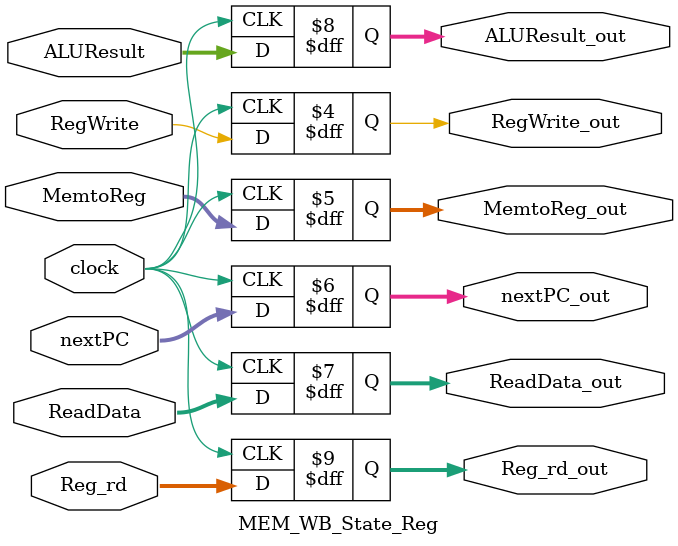
<source format=v>
`timescale 1ns / 1ps


module cpu( input clock

    );
       wire            [31:0]          Instruct, Imm, Imm_shift, data_1, data_2, MUX_ALU, loadPC, W_data, Add_1, Add_2, ALUResult, Read_Mem, JumpTo;
       wire            [31:0]          IF_ID_nextPC, IF_ID_crntPC, IF_ID_Instruct;
       wire            [31:0]          ID_EX_nextPC, ID_EX_crntPC, ID_EX_data_1, ID_EX_data_2, ID_EX_Imm;
       wire            [31:0]          EX_MEM_nextPC, EX_MEM_JumpTo, EX_MEM_ALUResult, EX_MEM_data_2;
       wire            [31:0]          MEM_WB_nextPC, MEM_WB_Read_Mem, MEM_WB_ALUResult;
       wire            [4:0]           ID_EX_Reg_rd, EX_MEM_Reg_rd, MEM_WB_Reg_rd;
       wire            [3:0]           ALUControl, ID_EX_ALUInstrct;
       wire            [2:0]           EX_MEM_Funct3;
       wire            [1:0]           ALUOp, MemtoReg, ID_EX_ALUOp, ID_EX_MemtoReg, EX_MEM_MemtoReg, MEM_WB_MemtoReg;
       wire                            Branch, isBranch, MemRead, MemWrite, ALUSrc, isJump, RegWrite, isZero;
       wire                            ID_EX_Branch, ID_EX_MemRead, ID_EX_MemWrite, ID_EX_ALUSrc, ID_EX_isJump, ID_EX_RegWrite;
       wire                            EX_MEM_Branch, EX_MEM_MemRead, EX_MEM_MemWrite, EX_MEM_RegWrite, EX_MEM_isZero, MEM_WB_RegWrite;                         
       reg             [31:0]          PC;  
           
       initial PC = 0;   
         
       assign Imm_shift = {ID_EX_Imm[30:0],1'b0};
       always @ (posedge clock ) PC <= loadPC;
       
       Instruction_Memory IM (
           .instruct_out (Instruct),
           .addr (PC)
       );
       Central_Control_Unit CU (
           .opcode (IF_ID_Instruct[6:0]),
           .Branch (Branch),
           .MemRead (MemRead),
           .MemWrite (MemWrite),
           .MemtoReg (MemtoReg),
           .ALUOp (ALUOp),
           .ALUSrc (ALUSrc),
           .Jump (isJump),
           .RegWrite (RegWrite)
       );
       Register_File RF (
           .clock (clock),
           .W_en (MEM_WB_RegWrite),
           .W_data (W_data),
           .R_addr_1 (IF_ID_Instruct[19:15]),
           .R_addr_2 (IF_ID_Instruct[24:20]),
           .W_addr (MEM_WB_Reg_rd),
           .R_data_1 (data_1),
           .R_data_2 (data_2)
       );
       Immediate_Generator ImmGen (
           .In (IF_ID_Instruct),
           .Out (Imm)
       );
       N_bit_ALU ALU (     
           .data1 (ID_EX_data_1),
           .data2 (MUX_ALU),
           .sel (ALUControl),
           .Zero (isZero),
           .result (ALUResult)
       ); 
       ALU_Control ALU_Ctrl (
           .ALU_op (ID_EX_ALUOp),
           .instruct (ID_EX_ALUInstrct),
           .ALU_sel (ALUControl)
       );
       Data_Memory DM (
           .W_en (EX_MEM_MemWrite),
           .R_en (EX_MEM_MemRead),
           .Funct3 (EX_MEM_Funct3),
           .addr (EX_MEM_ALUResult),
           .W_data (EX_MEM_data_2),
           .R_data_out (Read_Mem)        
       );
       
       IF_ID_State_Reg IF_ID(
           .clock (clock),
           .crntPC (PC),
           .nextPC (Add_1),
           .Instruct (Instruct),
           .crntPC_out (IF_ID_crntPC),
           .nextPC_out (IF_ID_nextPC),
           .Instruct_out (IF_ID_Instruct)
       );
       ID_EX_State_Reg ID_EX(
           .clock (clock),
           .RegWrite (RegWrite),
           .MemtoReg (MemtoReg),
           .MemRead (MemRead),
           .MemWrite (MemWrite),
           .Branch (Branch),
           .Jump (isJump),
           .ALUSrc (ALUSrc),
           .ALUOp (ALUOp),
           .crntPC (IF_ID_crntPC),
           .nextPC (IF_ID_nextPC),
           .Reg_rs1 (data_1),
           .Reg_rs2 (data_2),
           .Imm_Gen (Imm),
           .Reg_rd (IF_ID_Instruct[11:7]),
           .ALU_Instruct ({IF_ID_Instruct[30],IF_ID_Instruct[14:12]}),
           .RegWrite_out (ID_EX_RegWrite),
           .MemtoReg_out (ID_EX_MemtoReg),
           .MemRead_out (ID_EX_MemRead),
           .MemWrite_out (ID_EX_MemWrite),
           .Branch_out (ID_EX_Branch),
           .Jump_out (ID_EX_isJump),
           .ALUSrc_out (ID_EX_ALUSrc),
           .ALUOp_out (ID_EX_ALUOp),
           .crntPC_out (ID_EX_crntPC),
           .nextPC_out (ID_EX_nextPC),
           .Reg_rs1_out (ID_EX_data_1),
           .Reg_rs2_out (ID_EX_data_2),
           .Imm_Gen_out (ID_EX_Imm),
           .Reg_rd_out (ID_EX_Reg_rd),
           .ALU_Instruct_out (ID_EX_ALUInstrct)
       );
       EX_MEM_State_Reg EX_MEM(
           .clock (clock),
           .RegWrite (ID_EX_RegWrite),
           .MemtoReg (ID_EX_MemtoReg),
           .MemRead (ID_EX_MemRead),
           .MemWrite (ID_EX_MemWrite),
           .Branch (ID_EX_Branch),
           .Zero (isZero),
           .nextPC (ID_EX_nextPC),
           .ALUResult (ALUResult),
           .AddSum (JumpTo),
           .Reg_rs2 (ID_EX_data_2),
           .Funct3 (ID_EX_ALUInstrct[2:0]),
           .Reg_rd (ID_EX_Reg_rd),
           .RegWrite_out (EX_MEM_RegWrite),
           .MemtoReg_out (EX_MEM_MemtoReg),
           .MemRead_out (EX_MEM_MemRead),
           .MemWrite_out (EX_MEM_MemWrite),
           .Branch_out (EX_MEM_Branch),
           .Zero_out (EX_MEM_isZero),
           .nextPC_out (EX_MEM_nextPC),
           .ALUResult_out (EX_MEM_ALUResult),
           .AddSum_out (EX_MEM_JumpTo),
           .Reg_rs2_out (EX_MEM_data_2),
           .Funct3_out (EX_MEM_Funct3),
           .Reg_rd_out (EX_MEM_Reg_rd)
       );
       MEM_WB_State_Reg MEM_WB(
           .clock (clock),
           .RegWrite (EX_MEM_RegWrite),
           .MemtoReg (EX_MEM_MemtoReg),
           .nextPC (EX_MEM_nextPC),
           .ReadData (Read_Mem),
           .ALUResult (EX_MEM_ALUResult),
           .Reg_rd (EX_MEM_Reg_rd),
           .RegWrite_out (MEM_WB_RegWrite),
           .MemtoReg_out (MEM_WB_MemtoReg),
           .nextPC_out (MEM_WB_nextPC),
           .ReadData_out (MEM_WB_Read_Mem),
           .ALUResult_out (MEM_WB_ALUResult),
           .Reg_rd_out (MEM_WB_Reg_rd)
       );
       
       //Mux: Input_1, Input_2, (Input_3, Input_4,) Select, Output.

       _32_bit_2to1_MUX  Mux_1(.data1(Add_1), .data2(JumpTo), .sel(isBranch), .result(loadPC));// next PC judge
       _32_bit_2to1_MUX  Mux_2(.data1(ID_EX_data_2), .data2(ID_EX_Imm), .sel(ID_EX_ALUSrc), .result(MUX_ALU)); // ALU input2
       _32_bit_2to1_MUX  Mux_3(.data1(Add_2), .data2(ALUResult), .sel(ID_EX_isJump), .result(JumpTo)); // judge PC(jal) or ALU(jalr)
       _32_bit_4to2_MUX  Mux_4(.data1(MEM_WB_ALUResult), .data2(MEM_WB_Read_Mem), .data3(MEM_WB_nextPC), .data4(MEM_WB_nextPC),.sel(MEM_WB_MemtoReg), .result(W_data)); // for jal and jalr
       
       //Adder: Input_1, Input_2, Output.
       _32_bit_Adder Adder_1(.data1(PC), .data2(32'h00000004), .result(Add_1)); //PC+4
       _32_bit_Adder Adder_2(.data1(ID_EX_crntPC), .data2(Imm_shift), .result(Add_2)); //PC+Imm
       

       and (isBranch, ID_EX_Branch, isZero); 
endmodule

module Instruction_Memory #
(
    parameter N = 32,
    parameter reg_rows = 128
)(
    input       [N-1:0]         addr,
    output reg  [N-1:0]         instruct_out
);
    reg         [N-1:0]         Instruction [reg_rows-1:0];
   
    initial begin
        Instruction[0] <= 32'b00011001001100000000001010010011;
        Instruction[1] <= 32'b00000000000000000000000000010011;
        Instruction[2] <= 32'b00000000000000000000000000010011;
        Instruction[3] <= 32'b00000000010100101000001100110011;
        Instruction[4] <= 32'b00000000000000000000000000010011;
        Instruction[5] <= 32'b00000000000000000000000000010011;
        Instruction[6] <= 32'b01000000011000000000001110110011;
        Instruction[7] <= 32'b00000000011000101111111000110011;
        Instruction[8] <= 32'b00000000001000000000111000010011;
        Instruction[9] <= 32'b00000000000000000000000000010011;
        Instruction[10] <= 32'b00000000000000000000000000010011;
        Instruction[11] <= 32'b00000001110000110001001100110011;
        Instruction[12] <= 32'b00000000000000000000000000010011;
        Instruction[13] <= 32'b00000000000000000000000000010011;
        Instruction[14] <= 32'b00000000011000111110001110110011;
        Instruction[15] <= 32'b00000000000000000000000000010011;
        Instruction[16] <= 32'b00000000000000000000000000010011;
        Instruction[17] <= 32'b01110011001000111111111010010011;
        Instruction[18] <= 32'b00000000000000000000000000010011;
        Instruction[19] <= 32'b00000000000000000000000000010011;
        Instruction[20] <= 32'b00000000010111101101111010010011;
        Instruction[21] <= 32'b00000000000000000000000000010011;
        Instruction[22] <= 32'b00000000000000000000000000010011;
        Instruction[23] <= 32'b00000001110000111101001110110011;
        Instruction[24] <= 32'b00000000000000000000000000010011;
        Instruction[25] <= 32'b00000000000000000000000000010011;
        Instruction[26] <= 32'b00000001000000111001001110010011;
        Instruction[27] <= 32'b00000000000000000000000000010011;
        Instruction[28] <= 32'b00000000000000000000000000010011;
        Instruction[29] <= 32'b01000001110000111101001110110011;
        Instruction[30] <= 32'b00000000011000101001100001100011;
        Instruction[31] <= 32'b00000000000000000000000000010011;
        Instruction[32] <= 32'b00000000000000000000000000010011;
        Instruction[33] <= 32'b00000000000000000000001110110011;
        Instruction[34] <= 32'b00000010000000111000100001100011;
        Instruction[35] <= 32'b00000000000000000000000000010011;
        Instruction[36] <= 32'b00000000000000000000000000010011;
        Instruction[37] <= 32'b00000011110100111101001001100011;
        Instruction[38] <= 32'b00000000000000000000000000010011;
        Instruction[39] <= 32'b00000000000000000000000000010011;
        Instruction[40] <= 32'b00000000000000111000001010110011;
        Instruction[41] <= 32'b00000000000000000000000000010011;
        Instruction[42] <= 32'b00000000000000000000000000010011;
        Instruction[43] <= 32'b00000001110100111100100001100011;
        Instruction[44] <= 32'b00000000000000000000000000010011;
        Instruction[45] <= 32'b00000000000000000000000000010011;
        Instruction[46] <= 32'b00000000000000000000001010110011;
        Instruction[47] <= 32'b00000000010100111001110001100011;
        Instruction[48] <= 32'b00000000000000000000000000010011;
        Instruction[49] <= 32'b00000000000000000000000000010011;
        Instruction[50] <= 32'b00000000010100111000100001100011;
        Instruction[51] <= 32'b00000000000000000000000000010011;
        Instruction[52] <= 32'b00000000000000000000000000010011;
        Instruction[53] <= 32'b00000000000000000000001100110011;
        Instruction[54] <= 32'b00000001110100110100110001100011;
        Instruction[55] <= 32'b00000000000000000000000000010011;
        Instruction[56] <= 32'b00000000000000000000000000010011;
        Instruction[57] <= 32'b00000001110000110101100001100011;
        Instruction[58] <= 32'b00000000000000000000000000010011;
        Instruction[59] <= 32'b00000000000000000000000000010011;
        Instruction[60] <= 32'b00000000000000000000111000110011;
        Instruction[61] <= 32'b00000000000000000000111010110011;
        Instruction[62] <= 32'b00000001100000000000000011101111;
        Instruction[63] <= 32'b00000000000000000000000000010011;
        Instruction[64] <= 32'b00000000000000000000000000010011;
        Instruction[65] <= 32'b00000010011100101000100001100011;
        Instruction[66] <= 32'b00000000000000000000000000010011;
        Instruction[67] <= 32'b00000000000000000000000000010011;
        Instruction[68] <= 32'b00000000010100010010000000100011;
        Instruction[69] <= 32'b00000000011000010000001000100011;
        Instruction[70] <= 32'b00000000000000010010111010000011;
        Instruction[71] <= 32'b00000000010000010000111010000011;
        Instruction[72] <= 32'b00000000010000010100111010000011;
        Instruction[73] <= 32'b00000000000000001000000001100111;
        Instruction[74] <= 32'b00000000000000000000000000010011;
        Instruction[75] <= 32'b00000000000000000000000000010011;
        Instruction[76] <= 32'b00000000000000000000000010110011;
        Instruction[77] <= 32'b00000000000000000000001110110011;
        Instruction[78] <= 32'b00000000000000000000000000010011;
        Instruction[79] <= 32'b00000000000000000000000000010011;
        Instruction[80] <= 32'b00000000000000000000000000010011;
        
    end   
    always @ (*) begin
        instruct_out = Instruction[(addr>>2)];
    end
endmodule



module Register_File #
(
    parameter width = 32,
    parameter addr_width = 5,
    parameter reg_rows = 32
)(
    input                           clock, W_en,
    input       [width-1:0]         W_data,
    input       [addr_width-1:0]    R_addr_1, R_addr_2, W_addr,
    output      [width-1:0]         R_data_1, R_data_2
);
    reg         [width-1:0]         data  [reg_rows-1:0];
    
    integer i;
    initial begin  
        for(i=0; i<32; i=i+1)  
            data[i] <= 0;
    end 
    
    always @ (*) begin
        if (W_en && W_addr!= 0) begin
            data[W_addr] = W_data;
        end  
    end
     
    assign R_data_1 = data[R_addr_1];
    assign R_data_2 = data[R_addr_2]; 
    
endmodule




module Immediate_Generator 
(
    input       [31:0]          In,
    output reg  [31:0]          Out
);
    
    always @ (*) begin
        case (In[6:0])
            //I-type: lw
            7'b0000011: begin 
                            Out = {{20{In[31]}}, In[31:20]}; 
                        end 
            //I-type: fence
            7'b0001111: begin 
                            Out = {{20{In[31]}}, In[31:20]}; 
                        end 
            //I-type: addi
            7'b0010011: begin 
                            Out = {{20{In[31]}}, In[31:20]}; 
                        end  
            //S-type: sw
            7'b0100011: begin 
                            Out = {{20{In[31]}}, In[31:25], In[11:7]}; 
                        end 
            //B-type: beq, bne
            7'b1100011: begin 
                            Out = {{21{In[31]}}, In[7], In[30:25], In[11:8]}; 
                        end 
            //I-type: jalr
            7'b1100111: begin 
                            Out = {{20{In[31]}}, In[31:20]}; 
                        end 
            //J-type: jal
            7'b1101111: begin 
                            Out = {{21{In[31]}}, In[19:12], In[20], In[30:21]};
                        end 

            default:    begin 
                            Out[31:0]  = 0; 
                        end
        endcase
    end 
endmodule



module N_bit_ALU #
(
    parameter N = 32,
    parameter ADD = 4'b0010, parameter SUB = 4'b1000, parameter SUB_NEQ = 4'b1001,
    parameter XOR = 4'b0100, parameter  OR = 4'b0110, parameter AND = 4'b0111, parameter SUB_BLT = 4'b1100,
    parameter SLL = 4'b0001, parameter SRL = 4'b0101, parameter SRA = 4'b1101, parameter SUB_BGE = 4'b1110
)(
    input       [3:0]           sel,
    input       [N-1:0]         data1, data2,
    output reg                  Zero,
    output reg  [N-1:0]         result
);

    always @ (*) begin
        case (sel)
            ADD:
                begin
                    result =  data1 + data2; //add
                    Zero = 1'b1; //jal & jalr
                end
            SUB: 
                begin
                     if (data1 == data2) begin
                         Zero = 1; result =  0;
                     end 
                     else begin
                         Zero = 0; result =  data1 - data2; //sub
                     end
                 end
            SUB_NEQ: 
                     begin
                          if (data1 == data2) begin
                              Zero = 0; result =  0;
                          end 
                          else begin
                              Zero =  1; result =  data1 - data2; //sub
                          end
                      end                 
            SUB_BLT:
                begin
                    if ($signed(data1) < $signed(data2)) begin
                        Zero = 1; result =  data1 - data2;
                    end 
                    else begin
                        Zero = 0; result =  data1 - data2;
                    end
                end
            SUB_BGE:
                    begin
                        if ($signed(data1) < $signed(data2)) begin
                            Zero = 0; result =  data1 - data2;
                        end 
                        else begin
                            Zero =  1; result =  data1 - data2;
                        end
                    end                
            XOR:     result =  data1 ^ data2; //xor
             OR:     result =  data1 | data2; //or
            AND:     result =  data1 & data2; //and
            SLL:     result =  data1 <<data2; //sll
            SRL:     result =  data1 >>data2; //srl
            SRA:     result =  $signed(($signed(data1))>>>data2); //sra
            default: begin result = 0; Zero = 0; end
        endcase
    end
endmodule


module ALU_Control 
(
    input       [1:0]         ALU_op,
    input       [3:0]         instruct,
    output reg  [3:0]         ALU_sel 
);
    
    always @ (*) begin
        case (ALU_op)
            2'b00:  begin
                        ALU_sel = 4'b0010; //Addition
                    end
            2'b01:  begin
                        if (instruct[2:0] == 3'b101) 
                        begin 
                            ALU_sel = 4'b1110; 
                        end //bge
                        else 
                        begin 
                            ALU_sel = {1'b1, instruct[2:0]}; 
                        end //beq,bne,blt
                    end
            2'b10:  begin
                        if (instruct == 0) 
                        begin 
                            ALU_sel = 4'b0010; 
                        end //add
                        else 
                        begin 
                            ALU_sel = instruct; 
                        end //aub,and,or,xor,sll,srl,sra
                    end
            2'b11:  begin
                        if (instruct[2:0] == 0) 
                        begin 
                            ALU_sel = 4'b0010; 
                        end //addi
                        else 
                        begin 
                            ALU_sel = {1'b0, instruct[2:0]}; 
                        end //andi,slli,srli
                    end
            default:ALU_sel = 4'b0000;
        endcase
    end
endmodule

module _32_bit_Adder
(
    input       [31:0]          data1, data2,
    output reg  [31:0]          result
);
    
    always @ (*) begin
        result = data1 + data2;
    end
endmodule



module Central_Control_Unit 
(
    input       [6:0]           opcode,
    output reg  [1:0]           ALUOp, MemtoReg, //MemtoReg to select among ALUResult, DataMemo, and PC+4.
    output reg                  Branch, MemRead, MemWrite, ALUSrc, Jump, RegWrite //Jump for jalr.
);
    initial begin
        ALUOp = 0;
         MemtoReg = 0; 
         Branch = 0; 
         MemRead = 0; 
         MemWrite = 0; 
         ALUSrc = 0; 
         Jump = 0; 
         RegWrite = 0;
    end
   
    always @ (opcode) begin
        case (opcode)
        //I-type,load
            7'b0000011: begin 
            Branch = 0; 
            ALUSrc = 1; 
            ALUOp = 2'b00; 
            MemWrite = 0; 
            MemRead = 1; 
            MemtoReg = 2'b01; 
            Jump = 0; 
            RegWrite = 1; 
            end 
//          7'b0001111: 
        //I-type,Imm
            7'b0010011: begin 
            Branch = 0; 
            ALUSrc = 1; 
            ALUOp = 2'b11; 
            MemWrite = 0; 
            MemRead = 0; 
            MemtoReg = 2'b00; 
            Jump = 0; 
            RegWrite = 1; 
            end 
//          7'b0010111: 
        //S-type,save
            7'b0100011: begin 
            Branch = 0;
            ALUSrc = 1; 
            ALUOp = 2'b00; 
            MemWrite = 1; 
            MemRead = 0; 
            MemtoReg = 2'b00; 
            Jump = 0; 
            RegWrite = 0; 
            end 
//          7'b0110111: 
        //B-type,brnch
            7'b1100011: begin 
            Branch = 1; 
            ALUSrc = 0; 
            ALUOp = 2'b01; 
            MemWrite = 0; 
            MemRead = 0; 
            MemtoReg = 2'b00; 
            Jump = 0; 
            RegWrite = 0; 
            end 
        //I-type,jalr
            7'b1100111: begin 
            Branch = 1; 
            ALUSrc = 1; 
            ALUOp = 2'b00; 
            MemWrite = 0; 
            MemRead = 0; 
            MemtoReg = 2'b10; 
            Jump = 1; 
            RegWrite = 1; 
            end 
        //J-type,jal
            7'b1101111: begin 
            Branch = 1; 
            ALUSrc = 1; 
            ALUOp = 2'b00; 
            MemWrite = 0; 
            MemRead = 0; 
            MemtoReg = 2'b10; 
            Jump = 0; 
            RegWrite = 1; 
            end 
//          7'b1110011: 
        //R-type,calc
            7'b0110011: begin 
            Branch = 0; 
            ALUSrc = 0; 
            ALUOp = 2'b10; 
            MemWrite = 0; 
            MemRead = 0; 
            MemtoReg = 2'b00; 
            Jump = 0; 
            RegWrite = 1; 
            end 
            default:    begin 
            Branch = 0; 
            ALUSrc = 0; 
            ALUOp = 2'b00;
            MemWrite = 0;
            MemRead = 0; 
            MemtoReg = 2'b00; 
            Jump = 0; 
            RegWrite = 0; 
            end
        endcase
    end
endmodule

module _32_bit_2to1_MUX 
(
    input                      sel,
    input       [31:0]         data1, data2,
    output reg  [31:0]         result
);

    always @ (*) begin
        case (sel)
            1'b0:   result = data1;
            1'b1:   result = data2;
            default:    result = 0;
        endcase
    end
endmodule

module _32_bit_4to2_MUX 
(
    input       [1:0]          sel,
    input       [31:0]         data1, data2, data3, data4,
    output reg  [31:0]         result
);

    always @ (*) begin
        case (sel)
            2'b00:   result = data1;
            2'b01:   result = data2;
            2'b10:   result = data3;
            2'b11:   result = data4;
            default:    result = 0;
        endcase
    end
endmodule



module Data_Memory #
(
    parameter N = 32, parameter SW = 3'b010,parameter SB = 3'b000, parameter LBU = 3'b100,parameter LW = 3'b010,parameter LB = 3'b000,
    parameter reg_rows = 32'h00000010
)(
    input                       W_en, R_en,
    input       [2:0]           Funct3,
    input       [N-1:0]         addr, W_data,
    output reg  [N-1:0]         R_data_out
);
    reg         [7:0]           data[reg_rows-1:0];
    
    //Write to Data Memory
    always @ (*) begin
        if (W_en) begin
            case (Funct3)
                SW: begin //save word
                    data[addr] <= W_data[7:0]; data[addr+1] <= W_data[15:8]; data[addr+2] <= W_data[23:16]; data[addr+3] <= W_data[31:24]; 
                end
                 
                SB: begin //save byte
                    data[addr] <= W_data[7:0];
                end
                default: data[addr] <= data[addr];
            endcase
        end
    end
    //Read from Data Memory
    always @ (*) begin    
        if (R_en) begin
            case (Funct3)
                LW: begin //load word
                    R_data_out <= {data[addr+3], data[addr+2], data[addr+1], data[addr]};
                end
                
                LB: begin //load byte
                    R_data_out <= {{24{data[addr][7]}}, data[addr]};
                end
                LBU: begin //load byte unsigned
                    R_data_out <= {{24{1'b0}}, data[addr]};
                end
                default: R_data_out <= R_data_out;
            endcase
        end
    end
endmodule

module IF_ID_State_Reg(
    input                   clock,
    input       [31:0]      crntPC,
    input       [31:0]      nextPC,
    input       [31:0]      Instruct,
    output reg  [31:0]      crntPC_out,
    output reg  [31:0]      nextPC_out,
    output reg  [31:0]      Instruct_out
);

    initial begin
        crntPC_out = 0; 
        nextPC_out = 0; 
        Instruct_out = 0;
    end

    always @ (posedge clock) begin
        crntPC_out = crntPC;
        nextPC_out = nextPC;
        Instruct_out = Instruct;
    end
    
endmodule

module ID_EX_State_Reg(
    input                   clock,
    input                   RegWrite,   //WB
    input       [1:0]       MemtoReg,   //WB
    input                   MemRead,    //MEM
    input                   MemWrite,   //MEM
    input                   Branch,     //MEM
    input                   Jump,       //EX
    input                   ALUSrc,     //EX
    input       [1:0]       ALUOp,      //EX
    input       [31:0]      crntPC,
    input       [31:0]      nextPC,
    input       [31:0]      Reg_rs1,
    input       [31:0]      Reg_rs2,
    input       [31:0]      Imm_Gen,
    input       [4:0]       Reg_rd,
    input       [3:0]       ALU_Instruct,
    output reg              RegWrite_out,   //WB
    output reg  [1:0]       MemtoReg_out,   //WB
    output reg              MemRead_out,    //MEM
    output reg              MemWrite_out,   //MEM
    output reg              Branch_out,     //MEM
    output reg              Jump_out,       //EX
    output reg              ALUSrc_out,     //EX
    output reg  [1:0]       ALUOp_out,      //EX
    output reg  [31:0]      crntPC_out,
    output reg  [31:0]      nextPC_out,
    output reg  [31:0]      Reg_rs1_out,
    output reg  [31:0]      Reg_rs2_out,
    output reg  [31:0]      Imm_Gen_out,
    output reg  [4:0]       Reg_rd_out,
    output reg  [3:0]       ALU_Instruct_out
);

    initial begin
        RegWrite_out = 0; MemtoReg_out = 0; MemRead_out = 0; MemWrite_out = 0; Branch_out = 0; Jump_out = 0; ALUSrc_out = 0; 
        ALUOp_out = 0; crntPC_out = 0; nextPC_out = 0; Reg_rs1_out = 0; Reg_rs2_out = 0; Imm_Gen_out = 0; Reg_rd_out = 0; ALU_Instruct_out = 0;
    end

    always @ (posedge clock) begin
        RegWrite_out    <= RegWrite;
        MemtoReg_out    <= MemtoReg;
        MemRead_out     <= MemRead;
        MemWrite_out    <= MemWrite;
        Branch_out      <= Branch;
        Jump_out        <= Jump;
        ALUSrc_out      <= ALUSrc;
        ALUOp_out       <= ALUOp;
        crntPC_out      <= crntPC;
        nextPC_out      <= nextPC;
        Reg_rs1_out     <= Reg_rs1;
        Reg_rs2_out     <= Reg_rs2;
        Reg_rd_out      <= Reg_rd;
        Imm_Gen_out     <= Imm_Gen;
        ALU_Instruct_out <= ALU_Instruct;
    end

endmodule

module EX_MEM_State_Reg(
    input                   clock,
    input                   RegWrite,   //WB
    input       [1:0]       MemtoReg,   //WB
    input                   MemRead,    //MEM
    input                   MemWrite,   //MEM
    input                   Branch,     //MEM
    input                   Zero,
    input       [31:0]      nextPC,
    input       [31:0]      ALUResult,
    input       [31:0]      AddSum,
    input       [31:0]      Reg_rs2,
    input       [2:0]       Funct3,
    input       [4:0]       Reg_rd,
    output reg              RegWrite_out,   //WB
    output reg  [1:0]       MemtoReg_out,   //WB
    output reg              MemRead_out,    //MEM
    output reg              MemWrite_out,   //MEM
    output reg              Branch_out,     //MEM
    output reg              Zero_out,
    output reg  [31:0]      nextPC_out,
    output reg  [31:0]      ALUResult_out,
    output reg  [31:0]      AddSum_out,
    output reg  [31:0]      Reg_rs2_out,
    output reg  [2:0]       Funct3_out,
    output reg  [4:0]       Reg_rd_out
);

    initial begin
        RegWrite_out = 0; MemtoReg_out = 0; MemRead_out = 0; MemWrite_out = 0; Branch_out = 0; Zero_out = 0; nextPC_out = 0; 
        ALUResult_out = 0; AddSum_out = 0; Reg_rs2_out = 0; Funct3_out = 0; Reg_rd_out = 0;
    end

    always @ (posedge clock) begin
        RegWrite_out    <= RegWrite;
        MemtoReg_out    <= MemtoReg;
        MemRead_out     <= MemRead;
        MemWrite_out    <= MemWrite;
        Branch_out      <= Branch;
        Zero_out        <= Zero;
        nextPC_out      <= nextPC;
        ALUResult_out   <= ALUResult;
        AddSum_out      <= AddSum;
        Reg_rs2_out     <= Reg_rs2;
        Funct3_out      <= Funct3;
        Reg_rd_out      <= Reg_rd;
    end

endmodule

module MEM_WB_State_Reg(
    input                   clock,
    input                   RegWrite,   //WB
    input       [1:0]       MemtoReg,   //WB
    input       [31:0]      nextPC,
    input       [31:0]      ReadData,
    input       [31:0]      ALUResult,
    input       [4:0]       Reg_rd,
    output reg              RegWrite_out,   //WB
    output reg  [1:0]       MemtoReg_out,   //WB
    output reg  [31:0]      nextPC_out,
    output reg  [31:0]      ReadData_out,
    output reg  [31:0]      ALUResult_out,
    output reg  [4:0]       Reg_rd_out
);

    initial begin
        RegWrite_out = 0; MemtoReg_out = 0; nextPC_out = 0; ReadData_out = 0; ALUResult_out = 0; Reg_rd_out = 0;
    end
    
    always @ (posedge clock) begin
        RegWrite_out    <= RegWrite;
        MemtoReg_out    <= MemtoReg;
        nextPC_out      <= nextPC;
        ReadData_out    <= ReadData;
        ALUResult_out   <= ALUResult;
        Reg_rd_out      <= Reg_rd;
    end

endmodule
</source>
